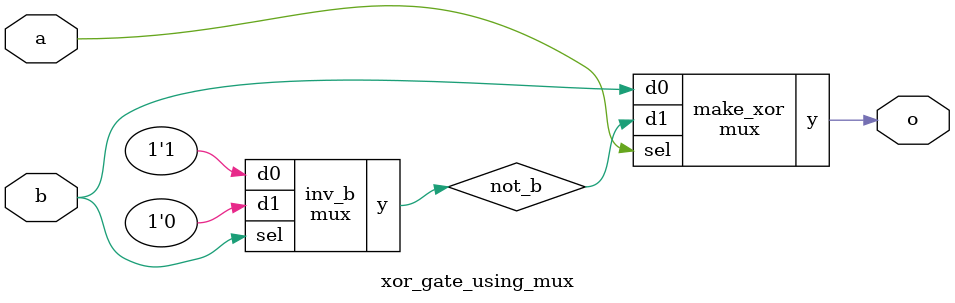
<source format=sv>

module mux (
    input  d0,
    d1,
    input  sel,
    output y
);

  assign y = sel ? d1 : d0;

endmodule

//----------------------------------------------------------------------------
// Task
//----------------------------------------------------------------------------

module xor_gate_using_mux (
    input  a,
    input  b,
    output o
);

  // Task:
  // Implement xor gate using instance(s) of mux,
  // constants 0 and 1, and wire connections
  logic not_b;
  mux inv_b (1'b1, 1'b0, b, not_b);
  mux make_xor (b, not_b, a, o);

endmodule

</source>
